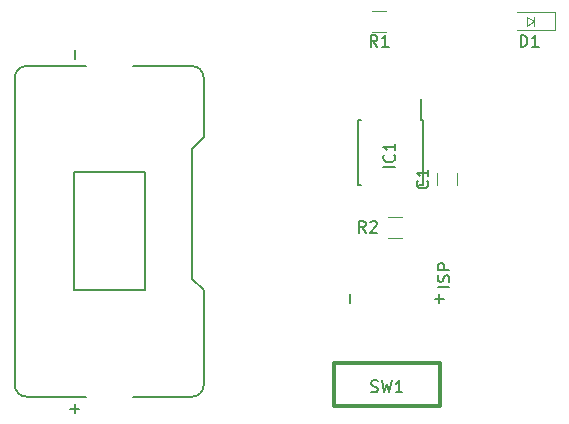
<source format=gto>
G04 #@! TF.FileFunction,Legend,Top*
%FSLAX46Y46*%
G04 Gerber Fmt 4.6, Leading zero omitted, Abs format (unit mm)*
G04 Created by KiCad (PCBNEW 4.0.6) date 03/21/19 14:01:11*
%MOMM*%
%LPD*%
G01*
G04 APERTURE LIST*
%ADD10C,0.100000*%
%ADD11C,0.304800*%
%ADD12C,0.200000*%
%ADD13C,0.120000*%
%ADD14C,0.150000*%
G04 APERTURE END LIST*
D10*
D11*
X162124000Y-99088000D02*
X171124000Y-99088000D01*
X171124000Y-95488000D02*
X171124000Y-99088000D01*
X162124000Y-95488000D02*
X162124000Y-99088000D01*
X162124000Y-95488000D02*
X171124000Y-95488000D01*
D12*
X146129000Y-80328000D02*
X146129000Y-79328000D01*
X146129000Y-79328000D02*
X140129000Y-79328000D01*
X140129000Y-79328000D02*
X140129000Y-80328000D01*
X140129000Y-84328000D02*
X140129000Y-89328000D01*
X140129000Y-89328000D02*
X146129000Y-89328000D01*
X146129000Y-89328000D02*
X146129000Y-80328000D01*
X140129000Y-80328000D02*
X140129000Y-84328000D01*
X151129000Y-89328000D02*
X151129000Y-97328000D01*
X151129000Y-76328000D02*
X151129000Y-71328000D01*
X151129000Y-89328000D02*
X150129000Y-88328000D01*
X150129000Y-88328000D02*
X150129000Y-77328000D01*
X150129000Y-77328000D02*
X151129000Y-76328000D01*
X145129000Y-98328000D02*
X150129000Y-98328000D01*
X145129000Y-70328000D02*
X150129000Y-70328000D01*
X135129000Y-97328000D02*
X135129000Y-71328000D01*
X141129000Y-98328000D02*
X136129000Y-98328000D01*
X136129000Y-70328000D02*
G75*
G03X135129000Y-71328000I0J-1000000D01*
G01*
X151129000Y-71328000D02*
G75*
G03X150129000Y-70328000I-1000000J0D01*
G01*
X150129000Y-98328000D02*
G75*
G03X151129000Y-97328000I0J1000000D01*
G01*
X135129000Y-97328000D02*
G75*
G03X136129000Y-98328000I1000000J0D01*
G01*
X141129000Y-70328000D02*
X136129000Y-70328000D01*
D10*
X179089000Y-66948000D02*
X179089000Y-66148000D01*
X179089000Y-66548000D02*
X178489000Y-66948000D01*
X178489000Y-66148000D02*
X179089000Y-66548000D01*
X178489000Y-66948000D02*
X178489000Y-66148000D01*
D13*
X177689000Y-65798000D02*
X180889000Y-65798000D01*
X180889000Y-67298000D02*
X177689000Y-67298000D01*
X180889000Y-67298000D02*
X180889000Y-65798000D01*
D14*
X169696500Y-74910500D02*
X169491500Y-74910500D01*
X169696500Y-80410500D02*
X169396500Y-80410500D01*
X164186500Y-80410500D02*
X164486500Y-80410500D01*
X164186500Y-74910500D02*
X164486500Y-74910500D01*
X169696500Y-74910500D02*
X169696500Y-80410500D01*
X164186500Y-74910500D02*
X164186500Y-80410500D01*
X169491500Y-74910500D02*
X169491500Y-73160500D01*
D13*
X165389000Y-65668000D02*
X166589000Y-65668000D01*
X166589000Y-67428000D02*
X165389000Y-67428000D01*
X172554000Y-80383000D02*
X172554000Y-79383000D01*
X170854000Y-79383000D02*
X170854000Y-80383000D01*
X166689000Y-83128000D02*
X167889000Y-83128000D01*
X167889000Y-84888000D02*
X166689000Y-84888000D01*
D14*
X165290667Y-97892762D02*
X165433524Y-97940381D01*
X165671620Y-97940381D01*
X165766858Y-97892762D01*
X165814477Y-97845143D01*
X165862096Y-97749905D01*
X165862096Y-97654667D01*
X165814477Y-97559429D01*
X165766858Y-97511810D01*
X165671620Y-97464190D01*
X165481143Y-97416571D01*
X165385905Y-97368952D01*
X165338286Y-97321333D01*
X165290667Y-97226095D01*
X165290667Y-97130857D01*
X165338286Y-97035619D01*
X165385905Y-96988000D01*
X165481143Y-96940381D01*
X165719239Y-96940381D01*
X165862096Y-96988000D01*
X166195429Y-96940381D02*
X166433524Y-97940381D01*
X166624001Y-97226095D01*
X166814477Y-97940381D01*
X167052572Y-96940381D01*
X167957334Y-97940381D02*
X167385905Y-97940381D01*
X167671619Y-97940381D02*
X167671619Y-96940381D01*
X167576381Y-97083238D01*
X167481143Y-97178476D01*
X167385905Y-97226095D01*
X140200429Y-69708952D02*
X140200429Y-68947047D01*
X140200429Y-99708952D02*
X140200429Y-98947047D01*
X140581381Y-99327999D02*
X139819476Y-99327999D01*
X177950905Y-68700381D02*
X177950905Y-67700381D01*
X178189000Y-67700381D01*
X178331858Y-67748000D01*
X178427096Y-67843238D01*
X178474715Y-67938476D01*
X178522334Y-68128952D01*
X178522334Y-68271810D01*
X178474715Y-68462286D01*
X178427096Y-68557524D01*
X178331858Y-68652762D01*
X178189000Y-68700381D01*
X177950905Y-68700381D01*
X179474715Y-68700381D02*
X178903286Y-68700381D01*
X179189000Y-68700381D02*
X179189000Y-67700381D01*
X179093762Y-67843238D01*
X178998524Y-67938476D01*
X178903286Y-67986095D01*
X171933881Y-89026690D02*
X170933881Y-89026690D01*
X171886262Y-88598119D02*
X171933881Y-88455262D01*
X171933881Y-88217166D01*
X171886262Y-88121928D01*
X171838643Y-88074309D01*
X171743405Y-88026690D01*
X171648167Y-88026690D01*
X171552929Y-88074309D01*
X171505310Y-88121928D01*
X171457690Y-88217166D01*
X171410071Y-88407643D01*
X171362452Y-88502881D01*
X171314833Y-88550500D01*
X171219595Y-88598119D01*
X171124357Y-88598119D01*
X171029119Y-88550500D01*
X170981500Y-88502881D01*
X170933881Y-88407643D01*
X170933881Y-88169547D01*
X170981500Y-88026690D01*
X171933881Y-87598119D02*
X170933881Y-87598119D01*
X170933881Y-87217166D01*
X170981500Y-87121928D01*
X171029119Y-87074309D01*
X171124357Y-87026690D01*
X171267214Y-87026690D01*
X171362452Y-87074309D01*
X171410071Y-87121928D01*
X171457690Y-87217166D01*
X171457690Y-87598119D01*
X163552929Y-90431452D02*
X163552929Y-89669547D01*
X171052929Y-90431452D02*
X171052929Y-89669547D01*
X171433881Y-90050499D02*
X170671976Y-90050499D01*
X167333881Y-78901690D02*
X166333881Y-78901690D01*
X167238643Y-77854071D02*
X167286262Y-77901690D01*
X167333881Y-78044547D01*
X167333881Y-78139785D01*
X167286262Y-78282643D01*
X167191024Y-78377881D01*
X167095786Y-78425500D01*
X166905310Y-78473119D01*
X166762452Y-78473119D01*
X166571976Y-78425500D01*
X166476738Y-78377881D01*
X166381500Y-78282643D01*
X166333881Y-78139785D01*
X166333881Y-78044547D01*
X166381500Y-77901690D01*
X166429119Y-77854071D01*
X167333881Y-76901690D02*
X167333881Y-77473119D01*
X167333881Y-77187405D02*
X166333881Y-77187405D01*
X166476738Y-77282643D01*
X166571976Y-77377881D01*
X166619595Y-77473119D01*
X165822334Y-68700381D02*
X165489000Y-68224190D01*
X165250905Y-68700381D02*
X165250905Y-67700381D01*
X165631858Y-67700381D01*
X165727096Y-67748000D01*
X165774715Y-67795619D01*
X165822334Y-67890857D01*
X165822334Y-68033714D01*
X165774715Y-68128952D01*
X165727096Y-68176571D01*
X165631858Y-68224190D01*
X165250905Y-68224190D01*
X166774715Y-68700381D02*
X166203286Y-68700381D01*
X166489000Y-68700381D02*
X166489000Y-67700381D01*
X166393762Y-67843238D01*
X166298524Y-67938476D01*
X166203286Y-67986095D01*
X170061143Y-80049666D02*
X170108762Y-80097285D01*
X170156381Y-80240142D01*
X170156381Y-80335380D01*
X170108762Y-80478238D01*
X170013524Y-80573476D01*
X169918286Y-80621095D01*
X169727810Y-80668714D01*
X169584952Y-80668714D01*
X169394476Y-80621095D01*
X169299238Y-80573476D01*
X169204000Y-80478238D01*
X169156381Y-80335380D01*
X169156381Y-80240142D01*
X169204000Y-80097285D01*
X169251619Y-80049666D01*
X170156381Y-79097285D02*
X170156381Y-79668714D01*
X170156381Y-79383000D02*
X169156381Y-79383000D01*
X169299238Y-79478238D01*
X169394476Y-79573476D01*
X169442095Y-79668714D01*
X164836334Y-84460381D02*
X164503000Y-83984190D01*
X164264905Y-84460381D02*
X164264905Y-83460381D01*
X164645858Y-83460381D01*
X164741096Y-83508000D01*
X164788715Y-83555619D01*
X164836334Y-83650857D01*
X164836334Y-83793714D01*
X164788715Y-83888952D01*
X164741096Y-83936571D01*
X164645858Y-83984190D01*
X164264905Y-83984190D01*
X165217286Y-83555619D02*
X165264905Y-83508000D01*
X165360143Y-83460381D01*
X165598239Y-83460381D01*
X165693477Y-83508000D01*
X165741096Y-83555619D01*
X165788715Y-83650857D01*
X165788715Y-83746095D01*
X165741096Y-83888952D01*
X165169667Y-84460381D01*
X165788715Y-84460381D01*
M02*

</source>
